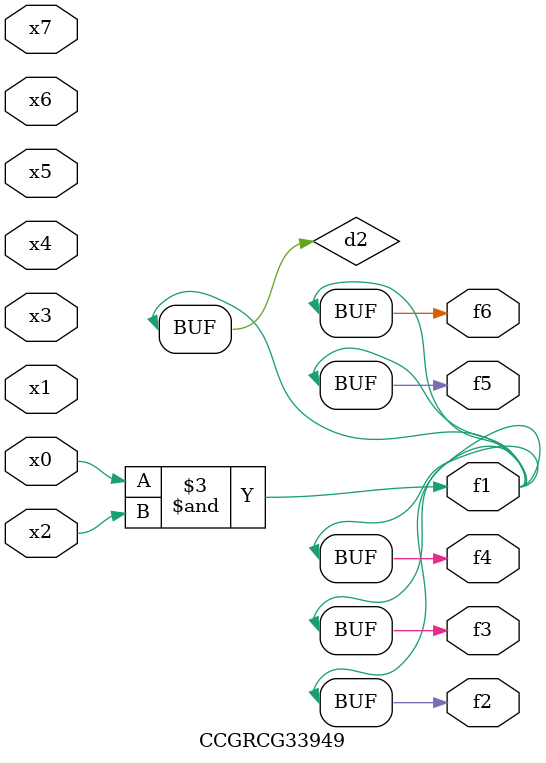
<source format=v>
module CCGRCG33949(
	input x0, x1, x2, x3, x4, x5, x6, x7,
	output f1, f2, f3, f4, f5, f6
);

	wire d1, d2;

	nor (d1, x3, x6);
	and (d2, x0, x2);
	assign f1 = d2;
	assign f2 = d2;
	assign f3 = d2;
	assign f4 = d2;
	assign f5 = d2;
	assign f6 = d2;
endmodule

</source>
